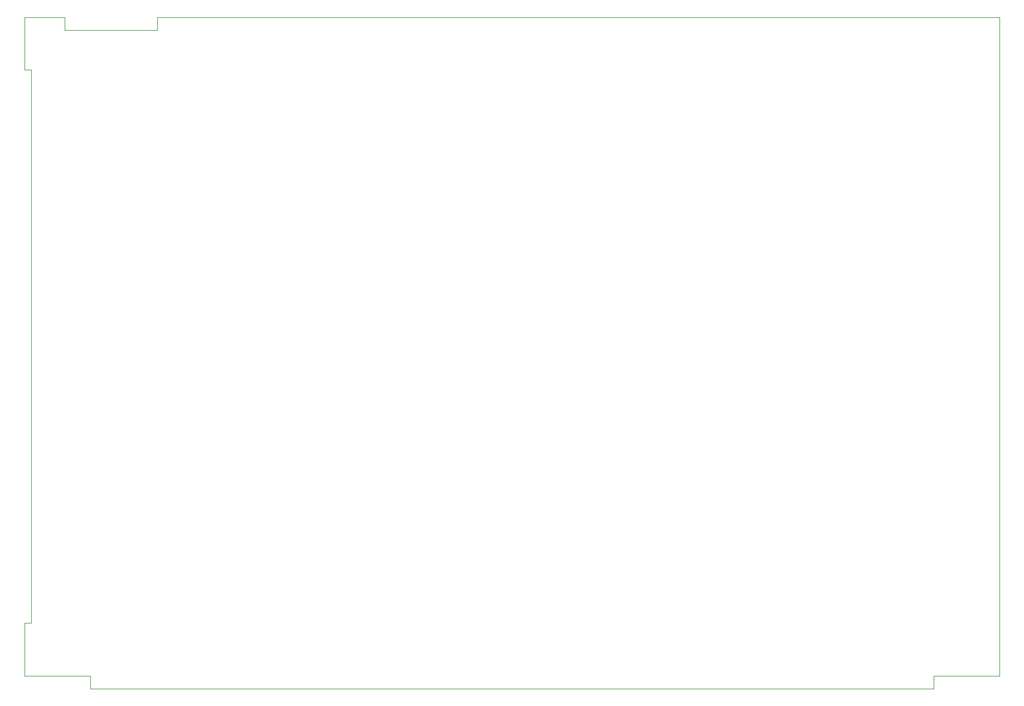
<source format=gbr>
%TF.GenerationSoftware,KiCad,Pcbnew,(5.1.7)-1*%
%TF.CreationDate,2020-11-09T10:12:47+09:00*%
%TF.ProjectId,FlightComputer,466c6967-6874-4436-9f6d-70757465722e,rev?*%
%TF.SameCoordinates,Original*%
%TF.FileFunction,Profile,NP*%
%FSLAX46Y46*%
G04 Gerber Fmt 4.6, Leading zero omitted, Abs format (unit mm)*
G04 Created by KiCad (PCBNEW (5.1.7)-1) date 2020-11-09 10:12:47*
%MOMM*%
%LPD*%
G01*
G04 APERTURE LIST*
%TA.AperFunction,Profile*%
%ADD10C,0.100000*%
%TD*%
G04 APERTURE END LIST*
D10*
X148000000Y0D02*
X20100000Y0D01*
X6100000Y-2000000D02*
X6100000Y0D01*
X0Y0D02*
X0Y-8000000D01*
X138000000Y-102000000D02*
X138000000Y-100000000D01*
X1000000Y-8000000D02*
X1000000Y-92000000D01*
X148000000Y-100000000D02*
X148000000Y0D01*
X10000000Y-100000000D02*
X10000000Y-102000000D01*
X20100000Y-2000000D02*
X6100000Y-2000000D01*
X1000000Y-92000000D02*
X0Y-92000000D01*
X0Y-8000000D02*
X1000000Y-8000000D01*
X138000000Y-100000000D02*
X148000000Y-100000000D01*
X10000000Y-102000000D02*
X138000000Y-102000000D01*
X0Y-100000000D02*
X10000000Y-100000000D01*
X0Y-92000000D02*
X0Y-100000000D01*
X6100000Y0D02*
X0Y0D01*
X20100000Y0D02*
X20100000Y-2000000D01*
M02*

</source>
